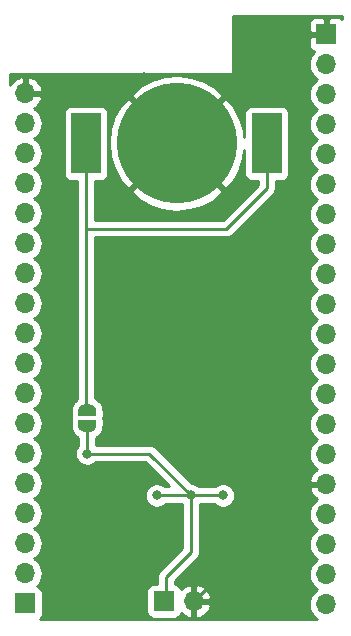
<source format=gbr>
G04 #@! TF.GenerationSoftware,KiCad,Pcbnew,(5.1.0)-1*
G04 #@! TF.CreationDate,2019-05-02T11:49:30+02:00*
G04 #@! TF.ProjectId,expansion,65787061-6e73-4696-9f6e-2e6b69636164,rev?*
G04 #@! TF.SameCoordinates,Original*
G04 #@! TF.FileFunction,Copper,L2,Bot*
G04 #@! TF.FilePolarity,Positive*
%FSLAX46Y46*%
G04 Gerber Fmt 4.6, Leading zero omitted, Abs format (unit mm)*
G04 Created by KiCad (PCBNEW (5.1.0)-1) date 2019-05-02 11:49:30*
%MOMM*%
%LPD*%
G04 APERTURE LIST*
%ADD10R,2.500000X5.100000*%
%ADD11C,10.200000*%
%ADD12R,1.700000X1.700000*%
%ADD13O,1.700000X1.700000*%
%ADD14C,0.500000*%
%ADD15C,0.100000*%
%ADD16C,0.800000*%
%ADD17C,0.250000*%
%ADD18C,0.254000*%
G04 APERTURE END LIST*
D10*
X131400000Y-65000000D03*
X146700000Y-65000000D03*
D11*
X139100000Y-65000000D03*
D12*
X138000000Y-103750000D03*
D13*
X140540000Y-103750000D03*
D12*
X151750000Y-55750000D03*
D13*
X151750000Y-58290000D03*
X151750000Y-60830000D03*
X151750000Y-63370000D03*
X151750000Y-65910000D03*
X151750000Y-68450000D03*
X151750000Y-70990000D03*
X151750000Y-73530000D03*
X151750000Y-76070000D03*
X151750000Y-78610000D03*
X151750000Y-81150000D03*
X151750000Y-83690000D03*
X151750000Y-86230000D03*
X151750000Y-88770000D03*
X151750000Y-91310000D03*
X151750000Y-93850000D03*
X151750000Y-96390000D03*
X151750000Y-98930000D03*
X151750000Y-101470000D03*
X151750000Y-104010000D03*
D12*
X126250000Y-103940000D03*
D13*
X126250000Y-101400000D03*
X126250000Y-98860000D03*
X126250000Y-96320000D03*
X126250000Y-93780000D03*
X126250000Y-91240000D03*
X126250000Y-88700000D03*
X126250000Y-86160000D03*
X126250000Y-83620000D03*
X126250000Y-81080000D03*
X126250000Y-78540000D03*
X126250000Y-76000000D03*
X126250000Y-73460000D03*
X126250000Y-70920000D03*
X126250000Y-68380000D03*
X126250000Y-65840000D03*
X126250000Y-63300000D03*
X126250000Y-60760000D03*
D14*
X131500000Y-87600000D03*
D15*
G36*
X130750000Y-88100000D02*
G01*
X130750000Y-87600000D01*
X130750602Y-87600000D01*
X130750602Y-87575466D01*
X130755412Y-87526635D01*
X130764984Y-87478510D01*
X130779228Y-87431555D01*
X130798005Y-87386222D01*
X130821136Y-87342949D01*
X130848396Y-87302150D01*
X130879524Y-87264221D01*
X130914221Y-87229524D01*
X130952150Y-87198396D01*
X130992949Y-87171136D01*
X131036222Y-87148005D01*
X131081555Y-87129228D01*
X131128510Y-87114984D01*
X131176635Y-87105412D01*
X131225466Y-87100602D01*
X131250000Y-87100602D01*
X131250000Y-87100000D01*
X131750000Y-87100000D01*
X131750000Y-87100602D01*
X131774534Y-87100602D01*
X131823365Y-87105412D01*
X131871490Y-87114984D01*
X131918445Y-87129228D01*
X131963778Y-87148005D01*
X132007051Y-87171136D01*
X132047850Y-87198396D01*
X132085779Y-87229524D01*
X132120476Y-87264221D01*
X132151604Y-87302150D01*
X132178864Y-87342949D01*
X132201995Y-87386222D01*
X132220772Y-87431555D01*
X132235016Y-87478510D01*
X132244588Y-87526635D01*
X132249398Y-87575466D01*
X132249398Y-87600000D01*
X132250000Y-87600000D01*
X132250000Y-88100000D01*
X130750000Y-88100000D01*
X130750000Y-88100000D01*
G37*
D14*
X131500000Y-88900000D03*
D15*
G36*
X132249398Y-88900000D02*
G01*
X132249398Y-88924534D01*
X132244588Y-88973365D01*
X132235016Y-89021490D01*
X132220772Y-89068445D01*
X132201995Y-89113778D01*
X132178864Y-89157051D01*
X132151604Y-89197850D01*
X132120476Y-89235779D01*
X132085779Y-89270476D01*
X132047850Y-89301604D01*
X132007051Y-89328864D01*
X131963778Y-89351995D01*
X131918445Y-89370772D01*
X131871490Y-89385016D01*
X131823365Y-89394588D01*
X131774534Y-89399398D01*
X131750000Y-89399398D01*
X131750000Y-89400000D01*
X131250000Y-89400000D01*
X131250000Y-89399398D01*
X131225466Y-89399398D01*
X131176635Y-89394588D01*
X131128510Y-89385016D01*
X131081555Y-89370772D01*
X131036222Y-89351995D01*
X130992949Y-89328864D01*
X130952150Y-89301604D01*
X130914221Y-89270476D01*
X130879524Y-89235779D01*
X130848396Y-89197850D01*
X130821136Y-89157051D01*
X130798005Y-89113778D01*
X130779228Y-89068445D01*
X130764984Y-89021490D01*
X130755412Y-88973365D01*
X130750602Y-88924534D01*
X130750602Y-88900000D01*
X130750000Y-88900000D01*
X130750000Y-88400000D01*
X132250000Y-88400000D01*
X132250000Y-88900000D01*
X132249398Y-88900000D01*
X132249398Y-88900000D01*
G37*
D16*
X131500000Y-91250000D03*
X137400000Y-94800000D03*
X143000000Y-94800000D03*
X140300000Y-94800000D03*
X135000000Y-70600000D03*
X143750000Y-69750000D03*
X136300000Y-59400000D03*
D17*
X131550000Y-91200000D02*
X131500000Y-91250000D01*
X131500000Y-88900000D02*
X131500000Y-91250000D01*
X138200000Y-103550000D02*
X138000000Y-103750000D01*
X137400000Y-94800000D02*
X140300000Y-94800000D01*
X140300000Y-94800000D02*
X143000000Y-94800000D01*
X136750000Y-91250000D02*
X140300000Y-94800000D01*
X131500000Y-91250000D02*
X136750000Y-91250000D01*
X140300000Y-99600000D02*
X138200000Y-101700000D01*
X140300000Y-94800000D02*
X140300000Y-99600000D01*
X138200000Y-101700000D02*
X138200000Y-103550000D01*
X143750000Y-68500000D02*
X143750000Y-69500000D01*
X143750000Y-69500000D02*
X143750000Y-69750000D01*
X149000000Y-55750000D02*
X151750000Y-55750000D01*
X150440000Y-93850000D02*
X151750000Y-93850000D01*
X140540000Y-103750000D02*
X150440000Y-93850000D01*
X131400000Y-87500000D02*
X131500000Y-87600000D01*
X146700000Y-65000000D02*
X146700000Y-68800000D01*
X143300000Y-72200000D02*
X131400000Y-72200000D01*
X146700000Y-68800000D02*
X143300000Y-72200000D01*
X131400000Y-65000000D02*
X131400000Y-72200000D01*
X131400000Y-72200000D02*
X131400000Y-87500000D01*
D18*
G36*
X153040001Y-54439637D02*
G01*
X152954494Y-54369463D01*
X152844180Y-54310498D01*
X152724482Y-54274188D01*
X152600000Y-54261928D01*
X152035750Y-54265000D01*
X151877000Y-54423750D01*
X151877000Y-55623000D01*
X151897000Y-55623000D01*
X151897000Y-55877000D01*
X151877000Y-55877000D01*
X151877000Y-55897000D01*
X151623000Y-55897000D01*
X151623000Y-55877000D01*
X150423750Y-55877000D01*
X150265000Y-56035750D01*
X150261928Y-56600000D01*
X150274188Y-56724482D01*
X150310498Y-56844180D01*
X150369463Y-56954494D01*
X150448815Y-57051185D01*
X150545506Y-57130537D01*
X150655820Y-57189502D01*
X150724687Y-57210393D01*
X150694866Y-57234866D01*
X150509294Y-57460986D01*
X150371401Y-57718966D01*
X150286487Y-57998889D01*
X150257815Y-58290000D01*
X150286487Y-58581111D01*
X150371401Y-58861034D01*
X150509294Y-59119014D01*
X150694866Y-59345134D01*
X150920986Y-59530706D01*
X150975791Y-59560000D01*
X150920986Y-59589294D01*
X150694866Y-59774866D01*
X150509294Y-60000986D01*
X150371401Y-60258966D01*
X150286487Y-60538889D01*
X150257815Y-60830000D01*
X150286487Y-61121111D01*
X150371401Y-61401034D01*
X150509294Y-61659014D01*
X150694866Y-61885134D01*
X150920986Y-62070706D01*
X150975791Y-62100000D01*
X150920986Y-62129294D01*
X150694866Y-62314866D01*
X150509294Y-62540986D01*
X150371401Y-62798966D01*
X150286487Y-63078889D01*
X150257815Y-63370000D01*
X150286487Y-63661111D01*
X150371401Y-63941034D01*
X150509294Y-64199014D01*
X150694866Y-64425134D01*
X150920986Y-64610706D01*
X150975791Y-64640000D01*
X150920986Y-64669294D01*
X150694866Y-64854866D01*
X150509294Y-65080986D01*
X150371401Y-65338966D01*
X150286487Y-65618889D01*
X150257815Y-65910000D01*
X150286487Y-66201111D01*
X150371401Y-66481034D01*
X150509294Y-66739014D01*
X150694866Y-66965134D01*
X150920986Y-67150706D01*
X150975791Y-67180000D01*
X150920986Y-67209294D01*
X150694866Y-67394866D01*
X150509294Y-67620986D01*
X150371401Y-67878966D01*
X150286487Y-68158889D01*
X150257815Y-68450000D01*
X150286487Y-68741111D01*
X150371401Y-69021034D01*
X150509294Y-69279014D01*
X150694866Y-69505134D01*
X150920986Y-69690706D01*
X150975791Y-69720000D01*
X150920986Y-69749294D01*
X150694866Y-69934866D01*
X150509294Y-70160986D01*
X150371401Y-70418966D01*
X150286487Y-70698889D01*
X150257815Y-70990000D01*
X150286487Y-71281111D01*
X150371401Y-71561034D01*
X150509294Y-71819014D01*
X150694866Y-72045134D01*
X150920986Y-72230706D01*
X150975791Y-72260000D01*
X150920986Y-72289294D01*
X150694866Y-72474866D01*
X150509294Y-72700986D01*
X150371401Y-72958966D01*
X150286487Y-73238889D01*
X150257815Y-73530000D01*
X150286487Y-73821111D01*
X150371401Y-74101034D01*
X150509294Y-74359014D01*
X150694866Y-74585134D01*
X150920986Y-74770706D01*
X150975791Y-74800000D01*
X150920986Y-74829294D01*
X150694866Y-75014866D01*
X150509294Y-75240986D01*
X150371401Y-75498966D01*
X150286487Y-75778889D01*
X150257815Y-76070000D01*
X150286487Y-76361111D01*
X150371401Y-76641034D01*
X150509294Y-76899014D01*
X150694866Y-77125134D01*
X150920986Y-77310706D01*
X150975791Y-77340000D01*
X150920986Y-77369294D01*
X150694866Y-77554866D01*
X150509294Y-77780986D01*
X150371401Y-78038966D01*
X150286487Y-78318889D01*
X150257815Y-78610000D01*
X150286487Y-78901111D01*
X150371401Y-79181034D01*
X150509294Y-79439014D01*
X150694866Y-79665134D01*
X150920986Y-79850706D01*
X150975791Y-79880000D01*
X150920986Y-79909294D01*
X150694866Y-80094866D01*
X150509294Y-80320986D01*
X150371401Y-80578966D01*
X150286487Y-80858889D01*
X150257815Y-81150000D01*
X150286487Y-81441111D01*
X150371401Y-81721034D01*
X150509294Y-81979014D01*
X150694866Y-82205134D01*
X150920986Y-82390706D01*
X150975791Y-82420000D01*
X150920986Y-82449294D01*
X150694866Y-82634866D01*
X150509294Y-82860986D01*
X150371401Y-83118966D01*
X150286487Y-83398889D01*
X150257815Y-83690000D01*
X150286487Y-83981111D01*
X150371401Y-84261034D01*
X150509294Y-84519014D01*
X150694866Y-84745134D01*
X150920986Y-84930706D01*
X150975791Y-84960000D01*
X150920986Y-84989294D01*
X150694866Y-85174866D01*
X150509294Y-85400986D01*
X150371401Y-85658966D01*
X150286487Y-85938889D01*
X150257815Y-86230000D01*
X150286487Y-86521111D01*
X150371401Y-86801034D01*
X150509294Y-87059014D01*
X150694866Y-87285134D01*
X150920986Y-87470706D01*
X150975791Y-87500000D01*
X150920986Y-87529294D01*
X150694866Y-87714866D01*
X150509294Y-87940986D01*
X150371401Y-88198966D01*
X150286487Y-88478889D01*
X150257815Y-88770000D01*
X150286487Y-89061111D01*
X150371401Y-89341034D01*
X150509294Y-89599014D01*
X150694866Y-89825134D01*
X150920986Y-90010706D01*
X150975791Y-90040000D01*
X150920986Y-90069294D01*
X150694866Y-90254866D01*
X150509294Y-90480986D01*
X150371401Y-90738966D01*
X150286487Y-91018889D01*
X150257815Y-91310000D01*
X150286487Y-91601111D01*
X150371401Y-91881034D01*
X150509294Y-92139014D01*
X150694866Y-92365134D01*
X150920986Y-92550706D01*
X150985523Y-92585201D01*
X150868645Y-92654822D01*
X150652412Y-92849731D01*
X150478359Y-93083080D01*
X150353175Y-93345901D01*
X150308524Y-93493110D01*
X150429845Y-93723000D01*
X151623000Y-93723000D01*
X151623000Y-93703000D01*
X151877000Y-93703000D01*
X151877000Y-93723000D01*
X151897000Y-93723000D01*
X151897000Y-93977000D01*
X151877000Y-93977000D01*
X151877000Y-93997000D01*
X151623000Y-93997000D01*
X151623000Y-93977000D01*
X150429845Y-93977000D01*
X150308524Y-94206890D01*
X150353175Y-94354099D01*
X150478359Y-94616920D01*
X150652412Y-94850269D01*
X150868645Y-95045178D01*
X150985523Y-95114799D01*
X150920986Y-95149294D01*
X150694866Y-95334866D01*
X150509294Y-95560986D01*
X150371401Y-95818966D01*
X150286487Y-96098889D01*
X150257815Y-96390000D01*
X150286487Y-96681111D01*
X150371401Y-96961034D01*
X150509294Y-97219014D01*
X150694866Y-97445134D01*
X150920986Y-97630706D01*
X150975791Y-97660000D01*
X150920986Y-97689294D01*
X150694866Y-97874866D01*
X150509294Y-98100986D01*
X150371401Y-98358966D01*
X150286487Y-98638889D01*
X150257815Y-98930000D01*
X150286487Y-99221111D01*
X150371401Y-99501034D01*
X150509294Y-99759014D01*
X150694866Y-99985134D01*
X150920986Y-100170706D01*
X150975791Y-100200000D01*
X150920986Y-100229294D01*
X150694866Y-100414866D01*
X150509294Y-100640986D01*
X150371401Y-100898966D01*
X150286487Y-101178889D01*
X150257815Y-101470000D01*
X150286487Y-101761111D01*
X150371401Y-102041034D01*
X150509294Y-102299014D01*
X150694866Y-102525134D01*
X150920986Y-102710706D01*
X150975791Y-102740000D01*
X150920986Y-102769294D01*
X150694866Y-102954866D01*
X150509294Y-103180986D01*
X150371401Y-103438966D01*
X150286487Y-103718889D01*
X150257815Y-104010000D01*
X150286487Y-104301111D01*
X150371401Y-104581034D01*
X150509294Y-104839014D01*
X150694866Y-105065134D01*
X150920986Y-105250706D01*
X150994500Y-105290000D01*
X127491704Y-105290000D01*
X127551185Y-105241185D01*
X127630537Y-105144494D01*
X127689502Y-105034180D01*
X127725812Y-104914482D01*
X127738072Y-104790000D01*
X127738072Y-103090000D01*
X127725812Y-102965518D01*
X127689502Y-102845820D01*
X127630537Y-102735506D01*
X127551185Y-102638815D01*
X127454494Y-102559463D01*
X127344180Y-102500498D01*
X127275313Y-102479607D01*
X127305134Y-102455134D01*
X127490706Y-102229014D01*
X127628599Y-101971034D01*
X127713513Y-101691111D01*
X127742185Y-101400000D01*
X127713513Y-101108889D01*
X127628599Y-100828966D01*
X127490706Y-100570986D01*
X127305134Y-100344866D01*
X127079014Y-100159294D01*
X127024209Y-100130000D01*
X127079014Y-100100706D01*
X127305134Y-99915134D01*
X127490706Y-99689014D01*
X127628599Y-99431034D01*
X127713513Y-99151111D01*
X127742185Y-98860000D01*
X127713513Y-98568889D01*
X127628599Y-98288966D01*
X127490706Y-98030986D01*
X127305134Y-97804866D01*
X127079014Y-97619294D01*
X127024209Y-97590000D01*
X127079014Y-97560706D01*
X127305134Y-97375134D01*
X127490706Y-97149014D01*
X127628599Y-96891034D01*
X127713513Y-96611111D01*
X127742185Y-96320000D01*
X127713513Y-96028889D01*
X127628599Y-95748966D01*
X127490706Y-95490986D01*
X127305134Y-95264866D01*
X127079014Y-95079294D01*
X127024209Y-95050000D01*
X127079014Y-95020706D01*
X127305134Y-94835134D01*
X127490706Y-94609014D01*
X127628599Y-94351034D01*
X127713513Y-94071111D01*
X127742185Y-93780000D01*
X127713513Y-93488889D01*
X127628599Y-93208966D01*
X127490706Y-92950986D01*
X127305134Y-92724866D01*
X127079014Y-92539294D01*
X127024209Y-92510000D01*
X127079014Y-92480706D01*
X127305134Y-92295134D01*
X127490706Y-92069014D01*
X127628599Y-91811034D01*
X127713513Y-91531111D01*
X127742185Y-91240000D01*
X127713513Y-90948889D01*
X127628599Y-90668966D01*
X127490706Y-90410986D01*
X127305134Y-90184866D01*
X127079014Y-89999294D01*
X127024209Y-89970000D01*
X127079014Y-89940706D01*
X127305134Y-89755134D01*
X127490706Y-89529014D01*
X127628599Y-89271034D01*
X127713513Y-88991111D01*
X127742185Y-88700000D01*
X127713513Y-88408889D01*
X127628599Y-88128966D01*
X127490706Y-87870986D01*
X127305134Y-87644866D01*
X127079014Y-87459294D01*
X127024209Y-87430000D01*
X127079014Y-87400706D01*
X127305134Y-87215134D01*
X127490706Y-86989014D01*
X127628599Y-86731034D01*
X127713513Y-86451111D01*
X127742185Y-86160000D01*
X127713513Y-85868889D01*
X127628599Y-85588966D01*
X127490706Y-85330986D01*
X127305134Y-85104866D01*
X127079014Y-84919294D01*
X127024209Y-84890000D01*
X127079014Y-84860706D01*
X127305134Y-84675134D01*
X127490706Y-84449014D01*
X127628599Y-84191034D01*
X127713513Y-83911111D01*
X127742185Y-83620000D01*
X127713513Y-83328889D01*
X127628599Y-83048966D01*
X127490706Y-82790986D01*
X127305134Y-82564866D01*
X127079014Y-82379294D01*
X127024209Y-82350000D01*
X127079014Y-82320706D01*
X127305134Y-82135134D01*
X127490706Y-81909014D01*
X127628599Y-81651034D01*
X127713513Y-81371111D01*
X127742185Y-81080000D01*
X127713513Y-80788889D01*
X127628599Y-80508966D01*
X127490706Y-80250986D01*
X127305134Y-80024866D01*
X127079014Y-79839294D01*
X127024209Y-79810000D01*
X127079014Y-79780706D01*
X127305134Y-79595134D01*
X127490706Y-79369014D01*
X127628599Y-79111034D01*
X127713513Y-78831111D01*
X127742185Y-78540000D01*
X127713513Y-78248889D01*
X127628599Y-77968966D01*
X127490706Y-77710986D01*
X127305134Y-77484866D01*
X127079014Y-77299294D01*
X127024209Y-77270000D01*
X127079014Y-77240706D01*
X127305134Y-77055134D01*
X127490706Y-76829014D01*
X127628599Y-76571034D01*
X127713513Y-76291111D01*
X127742185Y-76000000D01*
X127713513Y-75708889D01*
X127628599Y-75428966D01*
X127490706Y-75170986D01*
X127305134Y-74944866D01*
X127079014Y-74759294D01*
X127024209Y-74730000D01*
X127079014Y-74700706D01*
X127305134Y-74515134D01*
X127490706Y-74289014D01*
X127628599Y-74031034D01*
X127713513Y-73751111D01*
X127742185Y-73460000D01*
X127713513Y-73168889D01*
X127628599Y-72888966D01*
X127490706Y-72630986D01*
X127305134Y-72404866D01*
X127079014Y-72219294D01*
X127024209Y-72190000D01*
X127079014Y-72160706D01*
X127305134Y-71975134D01*
X127490706Y-71749014D01*
X127628599Y-71491034D01*
X127713513Y-71211111D01*
X127742185Y-70920000D01*
X127713513Y-70628889D01*
X127628599Y-70348966D01*
X127490706Y-70090986D01*
X127305134Y-69864866D01*
X127079014Y-69679294D01*
X127024209Y-69650000D01*
X127079014Y-69620706D01*
X127305134Y-69435134D01*
X127490706Y-69209014D01*
X127628599Y-68951034D01*
X127713513Y-68671111D01*
X127742185Y-68380000D01*
X127713513Y-68088889D01*
X127628599Y-67808966D01*
X127490706Y-67550986D01*
X127305134Y-67324866D01*
X127079014Y-67139294D01*
X127024209Y-67110000D01*
X127079014Y-67080706D01*
X127305134Y-66895134D01*
X127490706Y-66669014D01*
X127628599Y-66411034D01*
X127713513Y-66131111D01*
X127742185Y-65840000D01*
X127713513Y-65548889D01*
X127628599Y-65268966D01*
X127490706Y-65010986D01*
X127305134Y-64784866D01*
X127079014Y-64599294D01*
X127024209Y-64570000D01*
X127079014Y-64540706D01*
X127305134Y-64355134D01*
X127490706Y-64129014D01*
X127628599Y-63871034D01*
X127713513Y-63591111D01*
X127742185Y-63300000D01*
X127713513Y-63008889D01*
X127628599Y-62728966D01*
X127490706Y-62470986D01*
X127473484Y-62450000D01*
X129511928Y-62450000D01*
X129511928Y-67550000D01*
X129524188Y-67674482D01*
X129560498Y-67794180D01*
X129619463Y-67904494D01*
X129698815Y-68001185D01*
X129795506Y-68080537D01*
X129905820Y-68139502D01*
X130025518Y-68175812D01*
X130150000Y-68188072D01*
X130640000Y-68188072D01*
X130640001Y-72162657D01*
X130636323Y-72200000D01*
X130640000Y-72237333D01*
X130640001Y-86641737D01*
X130578309Y-86682958D01*
X130481618Y-86762310D01*
X130412310Y-86831618D01*
X130332958Y-86928309D01*
X130278502Y-87009808D01*
X130219536Y-87120125D01*
X130182027Y-87210681D01*
X130145718Y-87330377D01*
X130126596Y-87426510D01*
X130114336Y-87550991D01*
X130114336Y-87575550D01*
X130111928Y-87600000D01*
X130111928Y-88100000D01*
X130124188Y-88224482D01*
X130131929Y-88250000D01*
X130124188Y-88275518D01*
X130111928Y-88400000D01*
X130111928Y-88900000D01*
X130114336Y-88924450D01*
X130114336Y-88949009D01*
X130126596Y-89073490D01*
X130145718Y-89169623D01*
X130182027Y-89289319D01*
X130219536Y-89379875D01*
X130278502Y-89490192D01*
X130332958Y-89571691D01*
X130412310Y-89668382D01*
X130481618Y-89737690D01*
X130578309Y-89817042D01*
X130659808Y-89871498D01*
X130740000Y-89914362D01*
X130740001Y-90546288D01*
X130696063Y-90590226D01*
X130582795Y-90759744D01*
X130504774Y-90948102D01*
X130465000Y-91148061D01*
X130465000Y-91351939D01*
X130504774Y-91551898D01*
X130582795Y-91740256D01*
X130696063Y-91909774D01*
X130840226Y-92053937D01*
X131009744Y-92167205D01*
X131198102Y-92245226D01*
X131398061Y-92285000D01*
X131601939Y-92285000D01*
X131801898Y-92245226D01*
X131990256Y-92167205D01*
X132159774Y-92053937D01*
X132203711Y-92010000D01*
X136435199Y-92010000D01*
X138465198Y-94040000D01*
X138103711Y-94040000D01*
X138059774Y-93996063D01*
X137890256Y-93882795D01*
X137701898Y-93804774D01*
X137501939Y-93765000D01*
X137298061Y-93765000D01*
X137098102Y-93804774D01*
X136909744Y-93882795D01*
X136740226Y-93996063D01*
X136596063Y-94140226D01*
X136482795Y-94309744D01*
X136404774Y-94498102D01*
X136365000Y-94698061D01*
X136365000Y-94901939D01*
X136404774Y-95101898D01*
X136482795Y-95290256D01*
X136596063Y-95459774D01*
X136740226Y-95603937D01*
X136909744Y-95717205D01*
X137098102Y-95795226D01*
X137298061Y-95835000D01*
X137501939Y-95835000D01*
X137701898Y-95795226D01*
X137890256Y-95717205D01*
X138059774Y-95603937D01*
X138103711Y-95560000D01*
X139540000Y-95560000D01*
X139540001Y-99285196D01*
X137689002Y-101136196D01*
X137659999Y-101159999D01*
X137604871Y-101227174D01*
X137565026Y-101275724D01*
X137498599Y-101400000D01*
X137494454Y-101407754D01*
X137450997Y-101551015D01*
X137440000Y-101662668D01*
X137440000Y-101662678D01*
X137436324Y-101700000D01*
X137440000Y-101737323D01*
X137440000Y-102261928D01*
X137150000Y-102261928D01*
X137025518Y-102274188D01*
X136905820Y-102310498D01*
X136795506Y-102369463D01*
X136698815Y-102448815D01*
X136619463Y-102545506D01*
X136560498Y-102655820D01*
X136524188Y-102775518D01*
X136511928Y-102900000D01*
X136511928Y-104600000D01*
X136524188Y-104724482D01*
X136560498Y-104844180D01*
X136619463Y-104954494D01*
X136698815Y-105051185D01*
X136795506Y-105130537D01*
X136905820Y-105189502D01*
X137025518Y-105225812D01*
X137150000Y-105238072D01*
X138850000Y-105238072D01*
X138974482Y-105225812D01*
X139094180Y-105189502D01*
X139204494Y-105130537D01*
X139301185Y-105051185D01*
X139380537Y-104954494D01*
X139439502Y-104844180D01*
X139463966Y-104763534D01*
X139539731Y-104847588D01*
X139773080Y-105021641D01*
X140035901Y-105146825D01*
X140183110Y-105191476D01*
X140413000Y-105070155D01*
X140413000Y-103877000D01*
X140667000Y-103877000D01*
X140667000Y-105070155D01*
X140896890Y-105191476D01*
X141044099Y-105146825D01*
X141306920Y-105021641D01*
X141540269Y-104847588D01*
X141735178Y-104631355D01*
X141884157Y-104381252D01*
X141981481Y-104106891D01*
X141860814Y-103877000D01*
X140667000Y-103877000D01*
X140413000Y-103877000D01*
X140393000Y-103877000D01*
X140393000Y-103623000D01*
X140413000Y-103623000D01*
X140413000Y-102429845D01*
X140667000Y-102429845D01*
X140667000Y-103623000D01*
X141860814Y-103623000D01*
X141981481Y-103393109D01*
X141884157Y-103118748D01*
X141735178Y-102868645D01*
X141540269Y-102652412D01*
X141306920Y-102478359D01*
X141044099Y-102353175D01*
X140896890Y-102308524D01*
X140667000Y-102429845D01*
X140413000Y-102429845D01*
X140183110Y-102308524D01*
X140035901Y-102353175D01*
X139773080Y-102478359D01*
X139539731Y-102652412D01*
X139463966Y-102736466D01*
X139439502Y-102655820D01*
X139380537Y-102545506D01*
X139301185Y-102448815D01*
X139204494Y-102369463D01*
X139094180Y-102310498D01*
X138974482Y-102274188D01*
X138960000Y-102272762D01*
X138960000Y-102014801D01*
X140811008Y-100163795D01*
X140840001Y-100140001D01*
X140863795Y-100111008D01*
X140863799Y-100111004D01*
X140934973Y-100024277D01*
X140934974Y-100024276D01*
X141005546Y-99892247D01*
X141049003Y-99748986D01*
X141060000Y-99637333D01*
X141060000Y-99637324D01*
X141063676Y-99600001D01*
X141060000Y-99562678D01*
X141060000Y-95560000D01*
X142296289Y-95560000D01*
X142340226Y-95603937D01*
X142509744Y-95717205D01*
X142698102Y-95795226D01*
X142898061Y-95835000D01*
X143101939Y-95835000D01*
X143301898Y-95795226D01*
X143490256Y-95717205D01*
X143659774Y-95603937D01*
X143803937Y-95459774D01*
X143917205Y-95290256D01*
X143995226Y-95101898D01*
X144035000Y-94901939D01*
X144035000Y-94698061D01*
X143995226Y-94498102D01*
X143917205Y-94309744D01*
X143803937Y-94140226D01*
X143659774Y-93996063D01*
X143490256Y-93882795D01*
X143301898Y-93804774D01*
X143101939Y-93765000D01*
X142898061Y-93765000D01*
X142698102Y-93804774D01*
X142509744Y-93882795D01*
X142340226Y-93996063D01*
X142296289Y-94040000D01*
X141003711Y-94040000D01*
X140959774Y-93996063D01*
X140790256Y-93882795D01*
X140601898Y-93804774D01*
X140401939Y-93765000D01*
X140339802Y-93765000D01*
X137313804Y-90739003D01*
X137290001Y-90709999D01*
X137174276Y-90615026D01*
X137042247Y-90544454D01*
X136898986Y-90500997D01*
X136787333Y-90490000D01*
X136787322Y-90490000D01*
X136750000Y-90486324D01*
X136712678Y-90490000D01*
X132260000Y-90490000D01*
X132260000Y-89914362D01*
X132340192Y-89871498D01*
X132421691Y-89817042D01*
X132518382Y-89737690D01*
X132587690Y-89668382D01*
X132667042Y-89571691D01*
X132721498Y-89490192D01*
X132780464Y-89379875D01*
X132817973Y-89289319D01*
X132854282Y-89169623D01*
X132873404Y-89073490D01*
X132885664Y-88949009D01*
X132885664Y-88924450D01*
X132888072Y-88900000D01*
X132888072Y-88400000D01*
X132875812Y-88275518D01*
X132868071Y-88250000D01*
X132875812Y-88224482D01*
X132888072Y-88100000D01*
X132888072Y-87600000D01*
X132885664Y-87575550D01*
X132885664Y-87550991D01*
X132873404Y-87426510D01*
X132854282Y-87330377D01*
X132817973Y-87210681D01*
X132780464Y-87120125D01*
X132721498Y-87009808D01*
X132667042Y-86928309D01*
X132587690Y-86831618D01*
X132518382Y-86762310D01*
X132421691Y-86682958D01*
X132340192Y-86628502D01*
X132229875Y-86569536D01*
X132160000Y-86540593D01*
X132160000Y-72960000D01*
X143262678Y-72960000D01*
X143300000Y-72963676D01*
X143337322Y-72960000D01*
X143337333Y-72960000D01*
X143448986Y-72949003D01*
X143592247Y-72905546D01*
X143724276Y-72834974D01*
X143840001Y-72740001D01*
X143863804Y-72710997D01*
X147211003Y-69363799D01*
X147240001Y-69340001D01*
X147290052Y-69279014D01*
X147334974Y-69224277D01*
X147405546Y-69092247D01*
X147427148Y-69021034D01*
X147449003Y-68948986D01*
X147460000Y-68837333D01*
X147460000Y-68837324D01*
X147463676Y-68800001D01*
X147460000Y-68762678D01*
X147460000Y-68188072D01*
X147950000Y-68188072D01*
X148074482Y-68175812D01*
X148194180Y-68139502D01*
X148304494Y-68080537D01*
X148401185Y-68001185D01*
X148480537Y-67904494D01*
X148539502Y-67794180D01*
X148575812Y-67674482D01*
X148588072Y-67550000D01*
X148588072Y-62450000D01*
X148575812Y-62325518D01*
X148539502Y-62205820D01*
X148480537Y-62095506D01*
X148401185Y-61998815D01*
X148304494Y-61919463D01*
X148194180Y-61860498D01*
X148074482Y-61824188D01*
X147950000Y-61811928D01*
X145450000Y-61811928D01*
X145325518Y-61824188D01*
X145205820Y-61860498D01*
X145095506Y-61919463D01*
X144998815Y-61998815D01*
X144919463Y-62095506D01*
X144860498Y-62205820D01*
X144824188Y-62325518D01*
X144811928Y-62450000D01*
X144811928Y-64483375D01*
X144770549Y-63973290D01*
X144461289Y-62886749D01*
X143945999Y-61881419D01*
X143835678Y-61716309D01*
X143151411Y-61128194D01*
X139279605Y-65000000D01*
X143151411Y-68871806D01*
X143835678Y-68283691D01*
X144385299Y-67296711D01*
X144731809Y-66221470D01*
X144811928Y-65530311D01*
X144811928Y-67550000D01*
X144824188Y-67674482D01*
X144860498Y-67794180D01*
X144919463Y-67904494D01*
X144998815Y-68001185D01*
X145095506Y-68080537D01*
X145205820Y-68139502D01*
X145325518Y-68175812D01*
X145450000Y-68188072D01*
X145940001Y-68188072D01*
X145940001Y-68485197D01*
X142985199Y-71440000D01*
X132160000Y-71440000D01*
X132160000Y-69051411D01*
X135228194Y-69051411D01*
X135816309Y-69735678D01*
X136803289Y-70285299D01*
X137878530Y-70631809D01*
X139000712Y-70761892D01*
X140126710Y-70670549D01*
X141213251Y-70361289D01*
X142218581Y-69845999D01*
X142383691Y-69735678D01*
X142971806Y-69051411D01*
X139100000Y-65179605D01*
X135228194Y-69051411D01*
X132160000Y-69051411D01*
X132160000Y-68188072D01*
X132650000Y-68188072D01*
X132774482Y-68175812D01*
X132894180Y-68139502D01*
X133004494Y-68080537D01*
X133101185Y-68001185D01*
X133180537Y-67904494D01*
X133239502Y-67794180D01*
X133275812Y-67674482D01*
X133288072Y-67550000D01*
X133288072Y-64900712D01*
X133338108Y-64900712D01*
X133429451Y-66026710D01*
X133738711Y-67113251D01*
X134254001Y-68118581D01*
X134364322Y-68283691D01*
X135048589Y-68871806D01*
X138920395Y-65000000D01*
X135048589Y-61128194D01*
X134364322Y-61716309D01*
X133814701Y-62703289D01*
X133468191Y-63778530D01*
X133338108Y-64900712D01*
X133288072Y-64900712D01*
X133288072Y-62450000D01*
X133275812Y-62325518D01*
X133239502Y-62205820D01*
X133180537Y-62095506D01*
X133101185Y-61998815D01*
X133004494Y-61919463D01*
X132894180Y-61860498D01*
X132774482Y-61824188D01*
X132650000Y-61811928D01*
X130150000Y-61811928D01*
X130025518Y-61824188D01*
X129905820Y-61860498D01*
X129795506Y-61919463D01*
X129698815Y-61998815D01*
X129619463Y-62095506D01*
X129560498Y-62205820D01*
X129524188Y-62325518D01*
X129511928Y-62450000D01*
X127473484Y-62450000D01*
X127305134Y-62244866D01*
X127079014Y-62059294D01*
X127014477Y-62024799D01*
X127131355Y-61955178D01*
X127347588Y-61760269D01*
X127521641Y-61526920D01*
X127646825Y-61264099D01*
X127691476Y-61116890D01*
X127602658Y-60948589D01*
X135228194Y-60948589D01*
X139100000Y-64820395D01*
X142971806Y-60948589D01*
X142383691Y-60264322D01*
X141396711Y-59714701D01*
X140321470Y-59368191D01*
X139199288Y-59238108D01*
X138073290Y-59329451D01*
X136986749Y-59638711D01*
X135981419Y-60154001D01*
X135816309Y-60264322D01*
X135228194Y-60948589D01*
X127602658Y-60948589D01*
X127570155Y-60887000D01*
X126377000Y-60887000D01*
X126377000Y-60907000D01*
X126123000Y-60907000D01*
X126123000Y-60887000D01*
X126103000Y-60887000D01*
X126103000Y-60633000D01*
X126123000Y-60633000D01*
X126123000Y-59439186D01*
X126377000Y-59439186D01*
X126377000Y-60633000D01*
X127570155Y-60633000D01*
X127691476Y-60403110D01*
X127646825Y-60255901D01*
X127521641Y-59993080D01*
X127347588Y-59759731D01*
X127131355Y-59564822D01*
X126881252Y-59415843D01*
X126606891Y-59318519D01*
X126377000Y-59439186D01*
X126123000Y-59439186D01*
X125893109Y-59318519D01*
X125618748Y-59415843D01*
X125368645Y-59564822D01*
X125152412Y-59759731D01*
X124978359Y-59993080D01*
X124960000Y-60031624D01*
X124960000Y-59127000D01*
X143750000Y-59127000D01*
X143774776Y-59124560D01*
X143798601Y-59117333D01*
X143820557Y-59105597D01*
X143839803Y-59089803D01*
X143855597Y-59070557D01*
X143867333Y-59048601D01*
X143874560Y-59024776D01*
X143877000Y-59000000D01*
X143877000Y-54900000D01*
X150261928Y-54900000D01*
X150265000Y-55464250D01*
X150423750Y-55623000D01*
X151623000Y-55623000D01*
X151623000Y-54423750D01*
X151464250Y-54265000D01*
X150900000Y-54261928D01*
X150775518Y-54274188D01*
X150655820Y-54310498D01*
X150545506Y-54369463D01*
X150448815Y-54448815D01*
X150369463Y-54545506D01*
X150310498Y-54655820D01*
X150274188Y-54775518D01*
X150261928Y-54900000D01*
X143877000Y-54900000D01*
X143877000Y-54210000D01*
X153040001Y-54210000D01*
X153040001Y-54439637D01*
X153040001Y-54439637D01*
G37*
X153040001Y-54439637D02*
X152954494Y-54369463D01*
X152844180Y-54310498D01*
X152724482Y-54274188D01*
X152600000Y-54261928D01*
X152035750Y-54265000D01*
X151877000Y-54423750D01*
X151877000Y-55623000D01*
X151897000Y-55623000D01*
X151897000Y-55877000D01*
X151877000Y-55877000D01*
X151877000Y-55897000D01*
X151623000Y-55897000D01*
X151623000Y-55877000D01*
X150423750Y-55877000D01*
X150265000Y-56035750D01*
X150261928Y-56600000D01*
X150274188Y-56724482D01*
X150310498Y-56844180D01*
X150369463Y-56954494D01*
X150448815Y-57051185D01*
X150545506Y-57130537D01*
X150655820Y-57189502D01*
X150724687Y-57210393D01*
X150694866Y-57234866D01*
X150509294Y-57460986D01*
X150371401Y-57718966D01*
X150286487Y-57998889D01*
X150257815Y-58290000D01*
X150286487Y-58581111D01*
X150371401Y-58861034D01*
X150509294Y-59119014D01*
X150694866Y-59345134D01*
X150920986Y-59530706D01*
X150975791Y-59560000D01*
X150920986Y-59589294D01*
X150694866Y-59774866D01*
X150509294Y-60000986D01*
X150371401Y-60258966D01*
X150286487Y-60538889D01*
X150257815Y-60830000D01*
X150286487Y-61121111D01*
X150371401Y-61401034D01*
X150509294Y-61659014D01*
X150694866Y-61885134D01*
X150920986Y-62070706D01*
X150975791Y-62100000D01*
X150920986Y-62129294D01*
X150694866Y-62314866D01*
X150509294Y-62540986D01*
X150371401Y-62798966D01*
X150286487Y-63078889D01*
X150257815Y-63370000D01*
X150286487Y-63661111D01*
X150371401Y-63941034D01*
X150509294Y-64199014D01*
X150694866Y-64425134D01*
X150920986Y-64610706D01*
X150975791Y-64640000D01*
X150920986Y-64669294D01*
X150694866Y-64854866D01*
X150509294Y-65080986D01*
X150371401Y-65338966D01*
X150286487Y-65618889D01*
X150257815Y-65910000D01*
X150286487Y-66201111D01*
X150371401Y-66481034D01*
X150509294Y-66739014D01*
X150694866Y-66965134D01*
X150920986Y-67150706D01*
X150975791Y-67180000D01*
X150920986Y-67209294D01*
X150694866Y-67394866D01*
X150509294Y-67620986D01*
X150371401Y-67878966D01*
X150286487Y-68158889D01*
X150257815Y-68450000D01*
X150286487Y-68741111D01*
X150371401Y-69021034D01*
X150509294Y-69279014D01*
X150694866Y-69505134D01*
X150920986Y-69690706D01*
X150975791Y-69720000D01*
X150920986Y-69749294D01*
X150694866Y-69934866D01*
X150509294Y-70160986D01*
X150371401Y-70418966D01*
X150286487Y-70698889D01*
X150257815Y-70990000D01*
X150286487Y-71281111D01*
X150371401Y-71561034D01*
X150509294Y-71819014D01*
X150694866Y-72045134D01*
X150920986Y-72230706D01*
X150975791Y-72260000D01*
X150920986Y-72289294D01*
X150694866Y-72474866D01*
X150509294Y-72700986D01*
X150371401Y-72958966D01*
X150286487Y-73238889D01*
X150257815Y-73530000D01*
X150286487Y-73821111D01*
X150371401Y-74101034D01*
X150509294Y-74359014D01*
X150694866Y-74585134D01*
X150920986Y-74770706D01*
X150975791Y-74800000D01*
X150920986Y-74829294D01*
X150694866Y-75014866D01*
X150509294Y-75240986D01*
X150371401Y-75498966D01*
X150286487Y-75778889D01*
X150257815Y-76070000D01*
X150286487Y-76361111D01*
X150371401Y-76641034D01*
X150509294Y-76899014D01*
X150694866Y-77125134D01*
X150920986Y-77310706D01*
X150975791Y-77340000D01*
X150920986Y-77369294D01*
X150694866Y-77554866D01*
X150509294Y-77780986D01*
X150371401Y-78038966D01*
X150286487Y-78318889D01*
X150257815Y-78610000D01*
X150286487Y-78901111D01*
X150371401Y-79181034D01*
X150509294Y-79439014D01*
X150694866Y-79665134D01*
X150920986Y-79850706D01*
X150975791Y-79880000D01*
X150920986Y-79909294D01*
X150694866Y-80094866D01*
X150509294Y-80320986D01*
X150371401Y-80578966D01*
X150286487Y-80858889D01*
X150257815Y-81150000D01*
X150286487Y-81441111D01*
X150371401Y-81721034D01*
X150509294Y-81979014D01*
X150694866Y-82205134D01*
X150920986Y-82390706D01*
X150975791Y-82420000D01*
X150920986Y-82449294D01*
X150694866Y-82634866D01*
X150509294Y-82860986D01*
X150371401Y-83118966D01*
X150286487Y-83398889D01*
X150257815Y-83690000D01*
X150286487Y-83981111D01*
X150371401Y-84261034D01*
X150509294Y-84519014D01*
X150694866Y-84745134D01*
X150920986Y-84930706D01*
X150975791Y-84960000D01*
X150920986Y-84989294D01*
X150694866Y-85174866D01*
X150509294Y-85400986D01*
X150371401Y-85658966D01*
X150286487Y-85938889D01*
X150257815Y-86230000D01*
X150286487Y-86521111D01*
X150371401Y-86801034D01*
X150509294Y-87059014D01*
X150694866Y-87285134D01*
X150920986Y-87470706D01*
X150975791Y-87500000D01*
X150920986Y-87529294D01*
X150694866Y-87714866D01*
X150509294Y-87940986D01*
X150371401Y-88198966D01*
X150286487Y-88478889D01*
X150257815Y-88770000D01*
X150286487Y-89061111D01*
X150371401Y-89341034D01*
X150509294Y-89599014D01*
X150694866Y-89825134D01*
X150920986Y-90010706D01*
X150975791Y-90040000D01*
X150920986Y-90069294D01*
X150694866Y-90254866D01*
X150509294Y-90480986D01*
X150371401Y-90738966D01*
X150286487Y-91018889D01*
X150257815Y-91310000D01*
X150286487Y-91601111D01*
X150371401Y-91881034D01*
X150509294Y-92139014D01*
X150694866Y-92365134D01*
X150920986Y-92550706D01*
X150985523Y-92585201D01*
X150868645Y-92654822D01*
X150652412Y-92849731D01*
X150478359Y-93083080D01*
X150353175Y-93345901D01*
X150308524Y-93493110D01*
X150429845Y-93723000D01*
X151623000Y-93723000D01*
X151623000Y-93703000D01*
X151877000Y-93703000D01*
X151877000Y-93723000D01*
X151897000Y-93723000D01*
X151897000Y-93977000D01*
X151877000Y-93977000D01*
X151877000Y-93997000D01*
X151623000Y-93997000D01*
X151623000Y-93977000D01*
X150429845Y-93977000D01*
X150308524Y-94206890D01*
X150353175Y-94354099D01*
X150478359Y-94616920D01*
X150652412Y-94850269D01*
X150868645Y-95045178D01*
X150985523Y-95114799D01*
X150920986Y-95149294D01*
X150694866Y-95334866D01*
X150509294Y-95560986D01*
X150371401Y-95818966D01*
X150286487Y-96098889D01*
X150257815Y-96390000D01*
X150286487Y-96681111D01*
X150371401Y-96961034D01*
X150509294Y-97219014D01*
X150694866Y-97445134D01*
X150920986Y-97630706D01*
X150975791Y-97660000D01*
X150920986Y-97689294D01*
X150694866Y-97874866D01*
X150509294Y-98100986D01*
X150371401Y-98358966D01*
X150286487Y-98638889D01*
X150257815Y-98930000D01*
X150286487Y-99221111D01*
X150371401Y-99501034D01*
X150509294Y-99759014D01*
X150694866Y-99985134D01*
X150920986Y-100170706D01*
X150975791Y-100200000D01*
X150920986Y-100229294D01*
X150694866Y-100414866D01*
X150509294Y-100640986D01*
X150371401Y-100898966D01*
X150286487Y-101178889D01*
X150257815Y-101470000D01*
X150286487Y-101761111D01*
X150371401Y-102041034D01*
X150509294Y-102299014D01*
X150694866Y-102525134D01*
X150920986Y-102710706D01*
X150975791Y-102740000D01*
X150920986Y-102769294D01*
X150694866Y-102954866D01*
X150509294Y-103180986D01*
X150371401Y-103438966D01*
X150286487Y-103718889D01*
X150257815Y-104010000D01*
X150286487Y-104301111D01*
X150371401Y-104581034D01*
X150509294Y-104839014D01*
X150694866Y-105065134D01*
X150920986Y-105250706D01*
X150994500Y-105290000D01*
X127491704Y-105290000D01*
X127551185Y-105241185D01*
X127630537Y-105144494D01*
X127689502Y-105034180D01*
X127725812Y-104914482D01*
X127738072Y-104790000D01*
X127738072Y-103090000D01*
X127725812Y-102965518D01*
X127689502Y-102845820D01*
X127630537Y-102735506D01*
X127551185Y-102638815D01*
X127454494Y-102559463D01*
X127344180Y-102500498D01*
X127275313Y-102479607D01*
X127305134Y-102455134D01*
X127490706Y-102229014D01*
X127628599Y-101971034D01*
X127713513Y-101691111D01*
X127742185Y-101400000D01*
X127713513Y-101108889D01*
X127628599Y-100828966D01*
X127490706Y-100570986D01*
X127305134Y-100344866D01*
X127079014Y-100159294D01*
X127024209Y-100130000D01*
X127079014Y-100100706D01*
X127305134Y-99915134D01*
X127490706Y-99689014D01*
X127628599Y-99431034D01*
X127713513Y-99151111D01*
X127742185Y-98860000D01*
X127713513Y-98568889D01*
X127628599Y-98288966D01*
X127490706Y-98030986D01*
X127305134Y-97804866D01*
X127079014Y-97619294D01*
X127024209Y-97590000D01*
X127079014Y-97560706D01*
X127305134Y-97375134D01*
X127490706Y-97149014D01*
X127628599Y-96891034D01*
X127713513Y-96611111D01*
X127742185Y-96320000D01*
X127713513Y-96028889D01*
X127628599Y-95748966D01*
X127490706Y-95490986D01*
X127305134Y-95264866D01*
X127079014Y-95079294D01*
X127024209Y-95050000D01*
X127079014Y-95020706D01*
X127305134Y-94835134D01*
X127490706Y-94609014D01*
X127628599Y-94351034D01*
X127713513Y-94071111D01*
X127742185Y-93780000D01*
X127713513Y-93488889D01*
X127628599Y-93208966D01*
X127490706Y-92950986D01*
X127305134Y-92724866D01*
X127079014Y-92539294D01*
X127024209Y-92510000D01*
X127079014Y-92480706D01*
X127305134Y-92295134D01*
X127490706Y-92069014D01*
X127628599Y-91811034D01*
X127713513Y-91531111D01*
X127742185Y-91240000D01*
X127713513Y-90948889D01*
X127628599Y-90668966D01*
X127490706Y-90410986D01*
X127305134Y-90184866D01*
X127079014Y-89999294D01*
X127024209Y-89970000D01*
X127079014Y-89940706D01*
X127305134Y-89755134D01*
X127490706Y-89529014D01*
X127628599Y-89271034D01*
X127713513Y-88991111D01*
X127742185Y-88700000D01*
X127713513Y-88408889D01*
X127628599Y-88128966D01*
X127490706Y-87870986D01*
X127305134Y-87644866D01*
X127079014Y-87459294D01*
X127024209Y-87430000D01*
X127079014Y-87400706D01*
X127305134Y-87215134D01*
X127490706Y-86989014D01*
X127628599Y-86731034D01*
X127713513Y-86451111D01*
X127742185Y-86160000D01*
X127713513Y-85868889D01*
X127628599Y-85588966D01*
X127490706Y-85330986D01*
X127305134Y-85104866D01*
X127079014Y-84919294D01*
X127024209Y-84890000D01*
X127079014Y-84860706D01*
X127305134Y-84675134D01*
X127490706Y-84449014D01*
X127628599Y-84191034D01*
X127713513Y-83911111D01*
X127742185Y-83620000D01*
X127713513Y-83328889D01*
X127628599Y-83048966D01*
X127490706Y-82790986D01*
X127305134Y-82564866D01*
X127079014Y-82379294D01*
X127024209Y-82350000D01*
X127079014Y-82320706D01*
X127305134Y-82135134D01*
X127490706Y-81909014D01*
X127628599Y-81651034D01*
X127713513Y-81371111D01*
X127742185Y-81080000D01*
X127713513Y-80788889D01*
X127628599Y-80508966D01*
X127490706Y-80250986D01*
X127305134Y-80024866D01*
X127079014Y-79839294D01*
X127024209Y-79810000D01*
X127079014Y-79780706D01*
X127305134Y-79595134D01*
X127490706Y-79369014D01*
X127628599Y-79111034D01*
X127713513Y-78831111D01*
X127742185Y-78540000D01*
X127713513Y-78248889D01*
X127628599Y-77968966D01*
X127490706Y-77710986D01*
X127305134Y-77484866D01*
X127079014Y-77299294D01*
X127024209Y-77270000D01*
X127079014Y-77240706D01*
X127305134Y-77055134D01*
X127490706Y-76829014D01*
X127628599Y-76571034D01*
X127713513Y-76291111D01*
X127742185Y-76000000D01*
X127713513Y-75708889D01*
X127628599Y-75428966D01*
X127490706Y-75170986D01*
X127305134Y-74944866D01*
X127079014Y-74759294D01*
X127024209Y-74730000D01*
X127079014Y-74700706D01*
X127305134Y-74515134D01*
X127490706Y-74289014D01*
X127628599Y-74031034D01*
X127713513Y-73751111D01*
X127742185Y-73460000D01*
X127713513Y-73168889D01*
X127628599Y-72888966D01*
X127490706Y-72630986D01*
X127305134Y-72404866D01*
X127079014Y-72219294D01*
X127024209Y-72190000D01*
X127079014Y-72160706D01*
X127305134Y-71975134D01*
X127490706Y-71749014D01*
X127628599Y-71491034D01*
X127713513Y-71211111D01*
X127742185Y-70920000D01*
X127713513Y-70628889D01*
X127628599Y-70348966D01*
X127490706Y-70090986D01*
X127305134Y-69864866D01*
X127079014Y-69679294D01*
X127024209Y-69650000D01*
X127079014Y-69620706D01*
X127305134Y-69435134D01*
X127490706Y-69209014D01*
X127628599Y-68951034D01*
X127713513Y-68671111D01*
X127742185Y-68380000D01*
X127713513Y-68088889D01*
X127628599Y-67808966D01*
X127490706Y-67550986D01*
X127305134Y-67324866D01*
X127079014Y-67139294D01*
X127024209Y-67110000D01*
X127079014Y-67080706D01*
X127305134Y-66895134D01*
X127490706Y-66669014D01*
X127628599Y-66411034D01*
X127713513Y-66131111D01*
X127742185Y-65840000D01*
X127713513Y-65548889D01*
X127628599Y-65268966D01*
X127490706Y-65010986D01*
X127305134Y-64784866D01*
X127079014Y-64599294D01*
X127024209Y-64570000D01*
X127079014Y-64540706D01*
X127305134Y-64355134D01*
X127490706Y-64129014D01*
X127628599Y-63871034D01*
X127713513Y-63591111D01*
X127742185Y-63300000D01*
X127713513Y-63008889D01*
X127628599Y-62728966D01*
X127490706Y-62470986D01*
X127473484Y-62450000D01*
X129511928Y-62450000D01*
X129511928Y-67550000D01*
X129524188Y-67674482D01*
X129560498Y-67794180D01*
X129619463Y-67904494D01*
X129698815Y-68001185D01*
X129795506Y-68080537D01*
X129905820Y-68139502D01*
X130025518Y-68175812D01*
X130150000Y-68188072D01*
X130640000Y-68188072D01*
X130640001Y-72162657D01*
X130636323Y-72200000D01*
X130640000Y-72237333D01*
X130640001Y-86641737D01*
X130578309Y-86682958D01*
X130481618Y-86762310D01*
X130412310Y-86831618D01*
X130332958Y-86928309D01*
X130278502Y-87009808D01*
X130219536Y-87120125D01*
X130182027Y-87210681D01*
X130145718Y-87330377D01*
X130126596Y-87426510D01*
X130114336Y-87550991D01*
X130114336Y-87575550D01*
X130111928Y-87600000D01*
X130111928Y-88100000D01*
X130124188Y-88224482D01*
X130131929Y-88250000D01*
X130124188Y-88275518D01*
X130111928Y-88400000D01*
X130111928Y-88900000D01*
X130114336Y-88924450D01*
X130114336Y-88949009D01*
X130126596Y-89073490D01*
X130145718Y-89169623D01*
X130182027Y-89289319D01*
X130219536Y-89379875D01*
X130278502Y-89490192D01*
X130332958Y-89571691D01*
X130412310Y-89668382D01*
X130481618Y-89737690D01*
X130578309Y-89817042D01*
X130659808Y-89871498D01*
X130740000Y-89914362D01*
X130740001Y-90546288D01*
X130696063Y-90590226D01*
X130582795Y-90759744D01*
X130504774Y-90948102D01*
X130465000Y-91148061D01*
X130465000Y-91351939D01*
X130504774Y-91551898D01*
X130582795Y-91740256D01*
X130696063Y-91909774D01*
X130840226Y-92053937D01*
X131009744Y-92167205D01*
X131198102Y-92245226D01*
X131398061Y-92285000D01*
X131601939Y-92285000D01*
X131801898Y-92245226D01*
X131990256Y-92167205D01*
X132159774Y-92053937D01*
X132203711Y-92010000D01*
X136435199Y-92010000D01*
X138465198Y-94040000D01*
X138103711Y-94040000D01*
X138059774Y-93996063D01*
X137890256Y-93882795D01*
X137701898Y-93804774D01*
X137501939Y-93765000D01*
X137298061Y-93765000D01*
X137098102Y-93804774D01*
X136909744Y-93882795D01*
X136740226Y-93996063D01*
X136596063Y-94140226D01*
X136482795Y-94309744D01*
X136404774Y-94498102D01*
X136365000Y-94698061D01*
X136365000Y-94901939D01*
X136404774Y-95101898D01*
X136482795Y-95290256D01*
X136596063Y-95459774D01*
X136740226Y-95603937D01*
X136909744Y-95717205D01*
X137098102Y-95795226D01*
X137298061Y-95835000D01*
X137501939Y-95835000D01*
X137701898Y-95795226D01*
X137890256Y-95717205D01*
X138059774Y-95603937D01*
X138103711Y-95560000D01*
X139540000Y-95560000D01*
X139540001Y-99285196D01*
X137689002Y-101136196D01*
X137659999Y-101159999D01*
X137604871Y-101227174D01*
X137565026Y-101275724D01*
X137498599Y-101400000D01*
X137494454Y-101407754D01*
X137450997Y-101551015D01*
X137440000Y-101662668D01*
X137440000Y-101662678D01*
X137436324Y-101700000D01*
X137440000Y-101737323D01*
X137440000Y-102261928D01*
X137150000Y-102261928D01*
X137025518Y-102274188D01*
X136905820Y-102310498D01*
X136795506Y-102369463D01*
X136698815Y-102448815D01*
X136619463Y-102545506D01*
X136560498Y-102655820D01*
X136524188Y-102775518D01*
X136511928Y-102900000D01*
X136511928Y-104600000D01*
X136524188Y-104724482D01*
X136560498Y-104844180D01*
X136619463Y-104954494D01*
X136698815Y-105051185D01*
X136795506Y-105130537D01*
X136905820Y-105189502D01*
X137025518Y-105225812D01*
X137150000Y-105238072D01*
X138850000Y-105238072D01*
X138974482Y-105225812D01*
X139094180Y-105189502D01*
X139204494Y-105130537D01*
X139301185Y-105051185D01*
X139380537Y-104954494D01*
X139439502Y-104844180D01*
X139463966Y-104763534D01*
X139539731Y-104847588D01*
X139773080Y-105021641D01*
X140035901Y-105146825D01*
X140183110Y-105191476D01*
X140413000Y-105070155D01*
X140413000Y-103877000D01*
X140667000Y-103877000D01*
X140667000Y-105070155D01*
X140896890Y-105191476D01*
X141044099Y-105146825D01*
X141306920Y-105021641D01*
X141540269Y-104847588D01*
X141735178Y-104631355D01*
X141884157Y-104381252D01*
X141981481Y-104106891D01*
X141860814Y-103877000D01*
X140667000Y-103877000D01*
X140413000Y-103877000D01*
X140393000Y-103877000D01*
X140393000Y-103623000D01*
X140413000Y-103623000D01*
X140413000Y-102429845D01*
X140667000Y-102429845D01*
X140667000Y-103623000D01*
X141860814Y-103623000D01*
X141981481Y-103393109D01*
X141884157Y-103118748D01*
X141735178Y-102868645D01*
X141540269Y-102652412D01*
X141306920Y-102478359D01*
X141044099Y-102353175D01*
X140896890Y-102308524D01*
X140667000Y-102429845D01*
X140413000Y-102429845D01*
X140183110Y-102308524D01*
X140035901Y-102353175D01*
X139773080Y-102478359D01*
X139539731Y-102652412D01*
X139463966Y-102736466D01*
X139439502Y-102655820D01*
X139380537Y-102545506D01*
X139301185Y-102448815D01*
X139204494Y-102369463D01*
X139094180Y-102310498D01*
X138974482Y-102274188D01*
X138960000Y-102272762D01*
X138960000Y-102014801D01*
X140811008Y-100163795D01*
X140840001Y-100140001D01*
X140863795Y-100111008D01*
X140863799Y-100111004D01*
X140934973Y-100024277D01*
X140934974Y-100024276D01*
X141005546Y-99892247D01*
X141049003Y-99748986D01*
X141060000Y-99637333D01*
X141060000Y-99637324D01*
X141063676Y-99600001D01*
X141060000Y-99562678D01*
X141060000Y-95560000D01*
X142296289Y-95560000D01*
X142340226Y-95603937D01*
X142509744Y-95717205D01*
X142698102Y-95795226D01*
X142898061Y-95835000D01*
X143101939Y-95835000D01*
X143301898Y-95795226D01*
X143490256Y-95717205D01*
X143659774Y-95603937D01*
X143803937Y-95459774D01*
X143917205Y-95290256D01*
X143995226Y-95101898D01*
X144035000Y-94901939D01*
X144035000Y-94698061D01*
X143995226Y-94498102D01*
X143917205Y-94309744D01*
X143803937Y-94140226D01*
X143659774Y-93996063D01*
X143490256Y-93882795D01*
X143301898Y-93804774D01*
X143101939Y-93765000D01*
X142898061Y-93765000D01*
X142698102Y-93804774D01*
X142509744Y-93882795D01*
X142340226Y-93996063D01*
X142296289Y-94040000D01*
X141003711Y-94040000D01*
X140959774Y-93996063D01*
X140790256Y-93882795D01*
X140601898Y-93804774D01*
X140401939Y-93765000D01*
X140339802Y-93765000D01*
X137313804Y-90739003D01*
X137290001Y-90709999D01*
X137174276Y-90615026D01*
X137042247Y-90544454D01*
X136898986Y-90500997D01*
X136787333Y-90490000D01*
X136787322Y-90490000D01*
X136750000Y-90486324D01*
X136712678Y-90490000D01*
X132260000Y-90490000D01*
X132260000Y-89914362D01*
X132340192Y-89871498D01*
X132421691Y-89817042D01*
X132518382Y-89737690D01*
X132587690Y-89668382D01*
X132667042Y-89571691D01*
X132721498Y-89490192D01*
X132780464Y-89379875D01*
X132817973Y-89289319D01*
X132854282Y-89169623D01*
X132873404Y-89073490D01*
X132885664Y-88949009D01*
X132885664Y-88924450D01*
X132888072Y-88900000D01*
X132888072Y-88400000D01*
X132875812Y-88275518D01*
X132868071Y-88250000D01*
X132875812Y-88224482D01*
X132888072Y-88100000D01*
X132888072Y-87600000D01*
X132885664Y-87575550D01*
X132885664Y-87550991D01*
X132873404Y-87426510D01*
X132854282Y-87330377D01*
X132817973Y-87210681D01*
X132780464Y-87120125D01*
X132721498Y-87009808D01*
X132667042Y-86928309D01*
X132587690Y-86831618D01*
X132518382Y-86762310D01*
X132421691Y-86682958D01*
X132340192Y-86628502D01*
X132229875Y-86569536D01*
X132160000Y-86540593D01*
X132160000Y-72960000D01*
X143262678Y-72960000D01*
X143300000Y-72963676D01*
X143337322Y-72960000D01*
X143337333Y-72960000D01*
X143448986Y-72949003D01*
X143592247Y-72905546D01*
X143724276Y-72834974D01*
X143840001Y-72740001D01*
X143863804Y-72710997D01*
X147211003Y-69363799D01*
X147240001Y-69340001D01*
X147290052Y-69279014D01*
X147334974Y-69224277D01*
X147405546Y-69092247D01*
X147427148Y-69021034D01*
X147449003Y-68948986D01*
X147460000Y-68837333D01*
X147460000Y-68837324D01*
X147463676Y-68800001D01*
X147460000Y-68762678D01*
X147460000Y-68188072D01*
X147950000Y-68188072D01*
X148074482Y-68175812D01*
X148194180Y-68139502D01*
X148304494Y-68080537D01*
X148401185Y-68001185D01*
X148480537Y-67904494D01*
X148539502Y-67794180D01*
X148575812Y-67674482D01*
X148588072Y-67550000D01*
X148588072Y-62450000D01*
X148575812Y-62325518D01*
X148539502Y-62205820D01*
X148480537Y-62095506D01*
X148401185Y-61998815D01*
X148304494Y-61919463D01*
X148194180Y-61860498D01*
X148074482Y-61824188D01*
X147950000Y-61811928D01*
X145450000Y-61811928D01*
X145325518Y-61824188D01*
X145205820Y-61860498D01*
X145095506Y-61919463D01*
X144998815Y-61998815D01*
X144919463Y-62095506D01*
X144860498Y-62205820D01*
X144824188Y-62325518D01*
X144811928Y-62450000D01*
X144811928Y-64483375D01*
X144770549Y-63973290D01*
X144461289Y-62886749D01*
X143945999Y-61881419D01*
X143835678Y-61716309D01*
X143151411Y-61128194D01*
X139279605Y-65000000D01*
X143151411Y-68871806D01*
X143835678Y-68283691D01*
X144385299Y-67296711D01*
X144731809Y-66221470D01*
X144811928Y-65530311D01*
X144811928Y-67550000D01*
X144824188Y-67674482D01*
X144860498Y-67794180D01*
X144919463Y-67904494D01*
X144998815Y-68001185D01*
X145095506Y-68080537D01*
X145205820Y-68139502D01*
X145325518Y-68175812D01*
X145450000Y-68188072D01*
X145940001Y-68188072D01*
X145940001Y-68485197D01*
X142985199Y-71440000D01*
X132160000Y-71440000D01*
X132160000Y-69051411D01*
X135228194Y-69051411D01*
X135816309Y-69735678D01*
X136803289Y-70285299D01*
X137878530Y-70631809D01*
X139000712Y-70761892D01*
X140126710Y-70670549D01*
X141213251Y-70361289D01*
X142218581Y-69845999D01*
X142383691Y-69735678D01*
X142971806Y-69051411D01*
X139100000Y-65179605D01*
X135228194Y-69051411D01*
X132160000Y-69051411D01*
X132160000Y-68188072D01*
X132650000Y-68188072D01*
X132774482Y-68175812D01*
X132894180Y-68139502D01*
X133004494Y-68080537D01*
X133101185Y-68001185D01*
X133180537Y-67904494D01*
X133239502Y-67794180D01*
X133275812Y-67674482D01*
X133288072Y-67550000D01*
X133288072Y-64900712D01*
X133338108Y-64900712D01*
X133429451Y-66026710D01*
X133738711Y-67113251D01*
X134254001Y-68118581D01*
X134364322Y-68283691D01*
X135048589Y-68871806D01*
X138920395Y-65000000D01*
X135048589Y-61128194D01*
X134364322Y-61716309D01*
X133814701Y-62703289D01*
X133468191Y-63778530D01*
X133338108Y-64900712D01*
X133288072Y-64900712D01*
X133288072Y-62450000D01*
X133275812Y-62325518D01*
X133239502Y-62205820D01*
X133180537Y-62095506D01*
X133101185Y-61998815D01*
X133004494Y-61919463D01*
X132894180Y-61860498D01*
X132774482Y-61824188D01*
X132650000Y-61811928D01*
X130150000Y-61811928D01*
X130025518Y-61824188D01*
X129905820Y-61860498D01*
X129795506Y-61919463D01*
X129698815Y-61998815D01*
X129619463Y-62095506D01*
X129560498Y-62205820D01*
X129524188Y-62325518D01*
X129511928Y-62450000D01*
X127473484Y-62450000D01*
X127305134Y-62244866D01*
X127079014Y-62059294D01*
X127014477Y-62024799D01*
X127131355Y-61955178D01*
X127347588Y-61760269D01*
X127521641Y-61526920D01*
X127646825Y-61264099D01*
X127691476Y-61116890D01*
X127602658Y-60948589D01*
X135228194Y-60948589D01*
X139100000Y-64820395D01*
X142971806Y-60948589D01*
X142383691Y-60264322D01*
X141396711Y-59714701D01*
X140321470Y-59368191D01*
X139199288Y-59238108D01*
X138073290Y-59329451D01*
X136986749Y-59638711D01*
X135981419Y-60154001D01*
X135816309Y-60264322D01*
X135228194Y-60948589D01*
X127602658Y-60948589D01*
X127570155Y-60887000D01*
X126377000Y-60887000D01*
X126377000Y-60907000D01*
X126123000Y-60907000D01*
X126123000Y-60887000D01*
X126103000Y-60887000D01*
X126103000Y-60633000D01*
X126123000Y-60633000D01*
X126123000Y-59439186D01*
X126377000Y-59439186D01*
X126377000Y-60633000D01*
X127570155Y-60633000D01*
X127691476Y-60403110D01*
X127646825Y-60255901D01*
X127521641Y-59993080D01*
X127347588Y-59759731D01*
X127131355Y-59564822D01*
X126881252Y-59415843D01*
X126606891Y-59318519D01*
X126377000Y-59439186D01*
X126123000Y-59439186D01*
X125893109Y-59318519D01*
X125618748Y-59415843D01*
X125368645Y-59564822D01*
X125152412Y-59759731D01*
X124978359Y-59993080D01*
X124960000Y-60031624D01*
X124960000Y-59127000D01*
X143750000Y-59127000D01*
X143774776Y-59124560D01*
X143798601Y-59117333D01*
X143820557Y-59105597D01*
X143839803Y-59089803D01*
X143855597Y-59070557D01*
X143867333Y-59048601D01*
X143874560Y-59024776D01*
X143877000Y-59000000D01*
X143877000Y-54900000D01*
X150261928Y-54900000D01*
X150265000Y-55464250D01*
X150423750Y-55623000D01*
X151623000Y-55623000D01*
X151623000Y-54423750D01*
X151464250Y-54265000D01*
X150900000Y-54261928D01*
X150775518Y-54274188D01*
X150655820Y-54310498D01*
X150545506Y-54369463D01*
X150448815Y-54448815D01*
X150369463Y-54545506D01*
X150310498Y-54655820D01*
X150274188Y-54775518D01*
X150261928Y-54900000D01*
X143877000Y-54900000D01*
X143877000Y-54210000D01*
X153040001Y-54210000D01*
X153040001Y-54439637D01*
M02*

</source>
